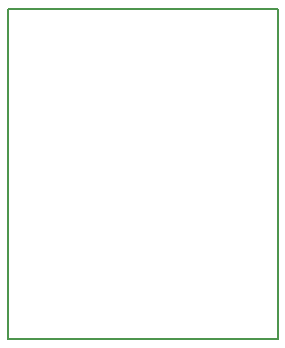
<source format=gko>
G04 DipTrace 3.0.0.2*
G04 BoardOutline.gko*
%MOIN*%
G04 #@! TF.FileFunction,Profile*
G04 #@! TF.Part,Single*
%ADD11C,0.006*%
%FSLAX26Y26*%
G04*
G70*
G90*
G75*
G01*
G04 BoardOutline*
%LPD*%
X394000Y1494000D2*
D11*
Y394000D1*
X1294000D1*
Y1494000D1*
X394000D1*
M02*

</source>
